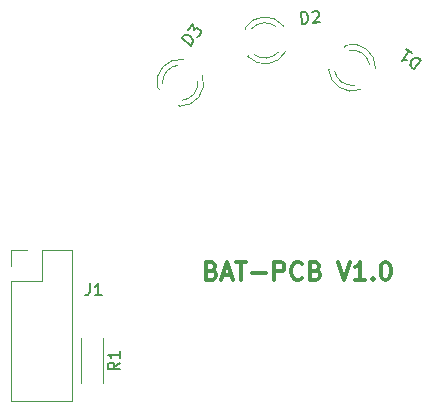
<source format=gbr>
%TF.GenerationSoftware,KiCad,Pcbnew,(6.0.7-1)-1*%
%TF.CreationDate,2023-11-13T05:29:29+10:00*%
%TF.ProjectId,BATT-PCB,42415454-2d50-4434-922e-6b696361645f,rev?*%
%TF.SameCoordinates,Original*%
%TF.FileFunction,Legend,Top*%
%TF.FilePolarity,Positive*%
%FSLAX46Y46*%
G04 Gerber Fmt 4.6, Leading zero omitted, Abs format (unit mm)*
G04 Created by KiCad (PCBNEW (6.0.7-1)-1) date 2023-11-13 05:29:29*
%MOMM*%
%LPD*%
G01*
G04 APERTURE LIST*
%ADD10C,0.300000*%
%ADD11C,0.150000*%
%ADD12C,0.120000*%
G04 APERTURE END LIST*
D10*
X85170285Y-79902857D02*
X85384571Y-79974285D01*
X85456000Y-80045714D01*
X85527428Y-80188571D01*
X85527428Y-80402857D01*
X85456000Y-80545714D01*
X85384571Y-80617142D01*
X85241714Y-80688571D01*
X84670285Y-80688571D01*
X84670285Y-79188571D01*
X85170285Y-79188571D01*
X85313142Y-79260000D01*
X85384571Y-79331428D01*
X85456000Y-79474285D01*
X85456000Y-79617142D01*
X85384571Y-79760000D01*
X85313142Y-79831428D01*
X85170285Y-79902857D01*
X84670285Y-79902857D01*
X86098857Y-80260000D02*
X86813142Y-80260000D01*
X85956000Y-80688571D02*
X86456000Y-79188571D01*
X86956000Y-80688571D01*
X87241714Y-79188571D02*
X88098857Y-79188571D01*
X87670285Y-80688571D02*
X87670285Y-79188571D01*
X88598857Y-80117142D02*
X89741714Y-80117142D01*
X90456000Y-80688571D02*
X90456000Y-79188571D01*
X91027428Y-79188571D01*
X91170285Y-79260000D01*
X91241714Y-79331428D01*
X91313142Y-79474285D01*
X91313142Y-79688571D01*
X91241714Y-79831428D01*
X91170285Y-79902857D01*
X91027428Y-79974285D01*
X90456000Y-79974285D01*
X92813142Y-80545714D02*
X92741714Y-80617142D01*
X92527428Y-80688571D01*
X92384571Y-80688571D01*
X92170285Y-80617142D01*
X92027428Y-80474285D01*
X91956000Y-80331428D01*
X91884571Y-80045714D01*
X91884571Y-79831428D01*
X91956000Y-79545714D01*
X92027428Y-79402857D01*
X92170285Y-79260000D01*
X92384571Y-79188571D01*
X92527428Y-79188571D01*
X92741714Y-79260000D01*
X92813142Y-79331428D01*
X93956000Y-79902857D02*
X94170285Y-79974285D01*
X94241714Y-80045714D01*
X94313142Y-80188571D01*
X94313142Y-80402857D01*
X94241714Y-80545714D01*
X94170285Y-80617142D01*
X94027428Y-80688571D01*
X93456000Y-80688571D01*
X93456000Y-79188571D01*
X93956000Y-79188571D01*
X94098857Y-79260000D01*
X94170285Y-79331428D01*
X94241714Y-79474285D01*
X94241714Y-79617142D01*
X94170285Y-79760000D01*
X94098857Y-79831428D01*
X93956000Y-79902857D01*
X93456000Y-79902857D01*
X95884571Y-79188571D02*
X96384571Y-80688571D01*
X96884571Y-79188571D01*
X98170285Y-80688571D02*
X97313142Y-80688571D01*
X97741714Y-80688571D02*
X97741714Y-79188571D01*
X97598857Y-79402857D01*
X97456000Y-79545714D01*
X97313142Y-79617142D01*
X98813142Y-80545714D02*
X98884571Y-80617142D01*
X98813142Y-80688571D01*
X98741714Y-80617142D01*
X98813142Y-80545714D01*
X98813142Y-80688571D01*
X99813142Y-79188571D02*
X99956000Y-79188571D01*
X100098857Y-79260000D01*
X100170285Y-79331428D01*
X100241714Y-79474285D01*
X100313142Y-79760000D01*
X100313142Y-80117142D01*
X100241714Y-80402857D01*
X100170285Y-80545714D01*
X100098857Y-80617142D01*
X99956000Y-80688571D01*
X99813142Y-80688571D01*
X99670285Y-80617142D01*
X99598857Y-80545714D01*
X99527428Y-80402857D01*
X99456000Y-80117142D01*
X99456000Y-79760000D01*
X99527428Y-79474285D01*
X99598857Y-79331428D01*
X99670285Y-79260000D01*
X99813142Y-79188571D01*
D11*
%TO.C,R1*%
X77372380Y-87706666D02*
X76896190Y-88040000D01*
X77372380Y-88278095D02*
X76372380Y-88278095D01*
X76372380Y-87897142D01*
X76420000Y-87801904D01*
X76467619Y-87754285D01*
X76562857Y-87706666D01*
X76705714Y-87706666D01*
X76800952Y-87754285D01*
X76848571Y-87801904D01*
X76896190Y-87897142D01*
X76896190Y-88278095D01*
X77372380Y-86754285D02*
X77372380Y-87325714D01*
X77372380Y-87040000D02*
X76372380Y-87040000D01*
X76515238Y-87135238D01*
X76610476Y-87230476D01*
X76658095Y-87325714D01*
%TO.C,D3*%
X83372060Y-60856191D02*
X82606015Y-60213404D01*
X82759060Y-60031012D01*
X82887365Y-59952186D01*
X83021540Y-59940447D01*
X83125105Y-59965187D01*
X83301627Y-60051144D01*
X83411062Y-60142971D01*
X83526367Y-60301885D01*
X83568714Y-60399581D01*
X83580453Y-60533756D01*
X83525105Y-60673800D01*
X83372060Y-60856191D01*
X83187585Y-59520316D02*
X83585501Y-59046098D01*
X83663065Y-59546317D01*
X83754892Y-59436882D01*
X83852588Y-59394535D01*
X83919676Y-59388665D01*
X84023241Y-59413405D01*
X84205633Y-59566450D01*
X84247980Y-59664146D01*
X84253850Y-59731233D01*
X84229110Y-59834799D01*
X84045456Y-60053668D01*
X83947760Y-60096016D01*
X83880673Y-60101885D01*
%TO.C,D2*%
X92804174Y-59014984D02*
X92717018Y-58018790D01*
X92954207Y-57998038D01*
X93100671Y-58033025D01*
X93203847Y-58119600D01*
X93259585Y-58210326D01*
X93323624Y-58395927D01*
X93336075Y-58538240D01*
X93305238Y-58732142D01*
X93266101Y-58831168D01*
X93179526Y-58934344D01*
X93041363Y-58994233D01*
X92804174Y-59014984D01*
X93674075Y-58030660D02*
X93717363Y-57979072D01*
X93808088Y-57923333D01*
X94045277Y-57902582D01*
X94144303Y-57941719D01*
X94195891Y-57985007D01*
X94251630Y-58075732D01*
X94259930Y-58170608D01*
X94224943Y-58317072D01*
X93705493Y-58936129D01*
X94322185Y-58882175D01*
%TO.C,D1*%
X102864087Y-62052785D02*
X102290510Y-62871937D01*
X102095474Y-62735371D01*
X102005766Y-62614424D01*
X101982377Y-62481783D01*
X101997997Y-62376456D01*
X102068242Y-62193114D01*
X102150181Y-62076092D01*
X102298441Y-61947376D01*
X102392075Y-61896675D01*
X102524716Y-61873287D01*
X102669051Y-61916219D01*
X102864087Y-62052785D01*
X101615855Y-61178764D02*
X102083942Y-61506521D01*
X101849899Y-61342642D02*
X101276322Y-62161795D01*
X101436276Y-62099399D01*
X101568917Y-62076011D01*
X101674245Y-62091630D01*
%TO.C,J1*%
X74850666Y-80986380D02*
X74850666Y-81700666D01*
X74803047Y-81843523D01*
X74707809Y-81938761D01*
X74564952Y-81986380D01*
X74469714Y-81986380D01*
X75850666Y-81986380D02*
X75279238Y-81986380D01*
X75564952Y-81986380D02*
X75564952Y-80986380D01*
X75469714Y-81129238D01*
X75374476Y-81224476D01*
X75279238Y-81272095D01*
D12*
%TO.C,R1*%
X75920000Y-85620000D02*
X75920000Y-89460000D01*
X74080000Y-85620000D02*
X74080000Y-89460000D01*
%TO.C,D3*%
X80547161Y-64404367D02*
X80666664Y-64504642D01*
X82321320Y-65893064D02*
X82440823Y-65993338D01*
X82338763Y-62512166D02*
G75*
G03*
X81000295Y-64107035I157977J-1491658D01*
G01*
X82440452Y-65993028D02*
G75*
G03*
X84397958Y-63416056I56288J1989204D01*
G01*
X82745435Y-62029425D02*
G75*
G03*
X80547531Y-64404679I-248695J-1974399D01*
G01*
X82654951Y-65495457D02*
G75*
G03*
X83993169Y-63900378I-158211J1491633D01*
G01*
%TO.C,D2*%
X88008679Y-59325379D02*
X88022275Y-59480785D01*
X88210532Y-61632565D02*
X88224128Y-61787972D01*
X88727596Y-61587328D02*
G75*
G03*
X90801749Y-61405700I942871J1166616D01*
G01*
X90613521Y-59254244D02*
G75*
G03*
X88539339Y-59435548I-943054J-1166468D01*
G01*
X88224086Y-61787490D02*
G75*
G03*
X91430445Y-61349462I1446381J1366778D01*
G01*
X91242432Y-59200455D02*
G75*
G03*
X88008721Y-59325861I-1571965J-1220257D01*
G01*
%TO.C,D1*%
X96471386Y-60821191D02*
X96381908Y-60948979D01*
X95142983Y-62718347D02*
X95053505Y-62846135D01*
X95053783Y-62845738D02*
G75*
G03*
X97791556Y-64571198I1986540J117296D01*
G01*
X95568155Y-63016056D02*
G75*
G03*
X97273798Y-64210160I1472168J287614D01*
G01*
X98512536Y-62441059D02*
G75*
G03*
X96807080Y-61246687I-1472213J-287383D01*
G01*
X99028884Y-62804110D02*
G75*
G03*
X96471109Y-60821587I-1988561J75668D01*
G01*
%TO.C,J1*%
X68170000Y-78170000D02*
X69500000Y-78170000D01*
X70770000Y-78170000D02*
X73370000Y-78170000D01*
X68170000Y-79500000D02*
X68170000Y-78170000D01*
X68170000Y-80770000D02*
X70770000Y-80770000D01*
X73370000Y-78170000D02*
X73370000Y-90990000D01*
X68170000Y-90990000D02*
X73370000Y-90990000D01*
X68170000Y-80770000D02*
X68170000Y-90990000D01*
X70770000Y-80770000D02*
X70770000Y-78170000D01*
%TD*%
M02*

</source>
